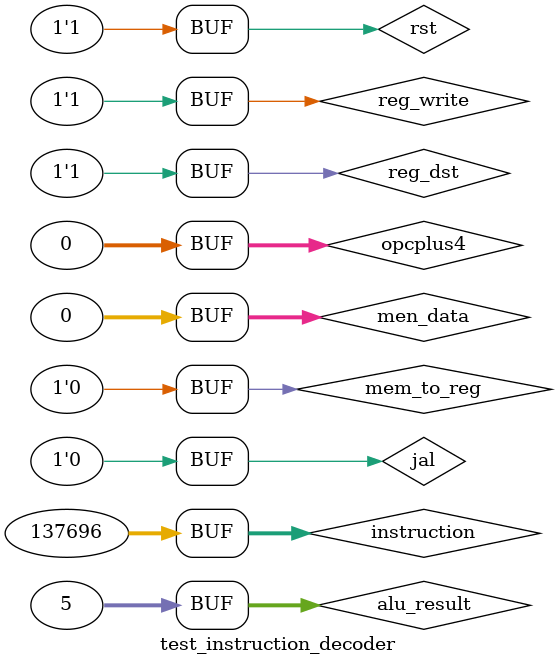
<source format=v>
module test_instruction_decoder(
);

reg        clk, rst;
reg[31:0]  instruction;
reg[31:0]  men_data;
reg[31:0]  alu_result;
wire       jal = instruction[31:26] == 6'b000011;
wire       reg_write = (
                instruction[31:29] == 3'b001 ||
                instruction[31:26] == 6'b100011 ||
                jal ||
                instruction[31:26] == 6'b000000
           ) && !(instruction[31:26] == 6'b000000 && instruction[5:0] == 6'b001000);
wire       mem_to_reg = instruction[31:26] == 6'b100011;
wire       reg_dst = instruction[31:26] == 6'b000000;
reg[31:0]  opcplus4;
wire[31:0] read_data_1;
wire[31:0] read_data_2;
wire[31:0] sign_extend;

instruction_decoder inst1(
    clk, rst,
    instruction,
    men_data,
    alu_result,
    jal,
    reg_write,
    mem_to_reg,
    reg_dst,
    opcplus4,
    read_data_1,
    read_data_2,
    sign_extend
);

initial begin
    rst = 1;
    instruction = 32'b0;
    men_data = 32'b0;
    alu_result = 32'b0;
    opcplus4 = 32'b0;

    #200
    instruction = 32'b000000_00010_00011_00111_100000;
    alu_result = 5;

end

endmodule
</source>
